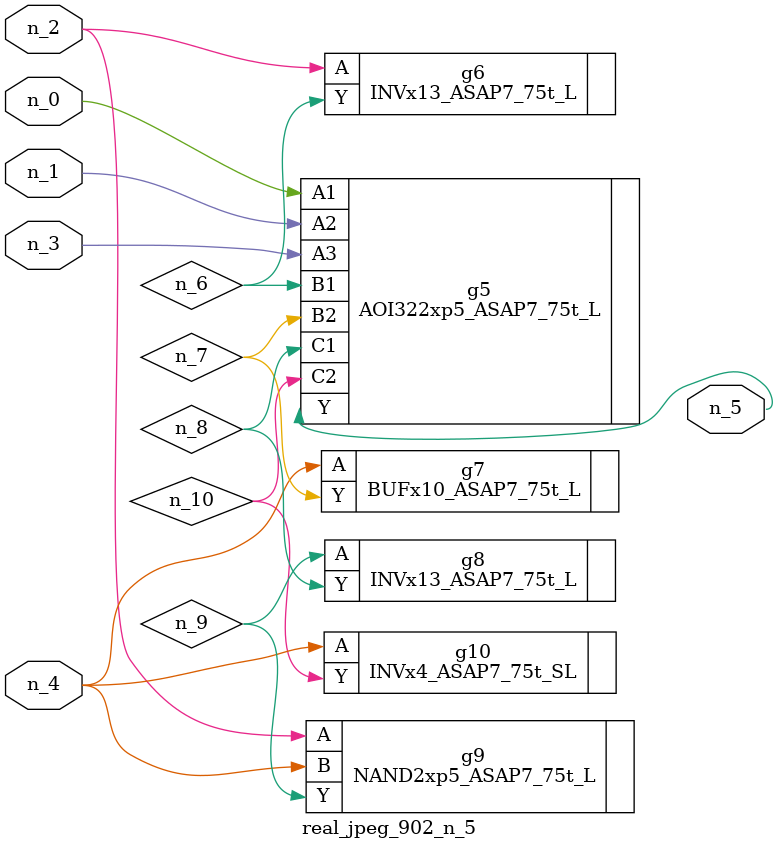
<source format=v>
module real_jpeg_902_n_5 (n_4, n_0, n_1, n_2, n_3, n_5);

input n_4;
input n_0;
input n_1;
input n_2;
input n_3;

output n_5;

wire n_8;
wire n_6;
wire n_7;
wire n_10;
wire n_9;

AOI322xp5_ASAP7_75t_L g5 ( 
.A1(n_0),
.A2(n_1),
.A3(n_3),
.B1(n_6),
.B2(n_7),
.C1(n_8),
.C2(n_10),
.Y(n_5)
);

INVx13_ASAP7_75t_L g6 ( 
.A(n_2),
.Y(n_6)
);

NAND2xp5_ASAP7_75t_L g9 ( 
.A(n_2),
.B(n_4),
.Y(n_9)
);

BUFx10_ASAP7_75t_L g7 ( 
.A(n_4),
.Y(n_7)
);

INVx4_ASAP7_75t_SL g10 ( 
.A(n_4),
.Y(n_10)
);

INVx13_ASAP7_75t_L g8 ( 
.A(n_9),
.Y(n_8)
);


endmodule
</source>
